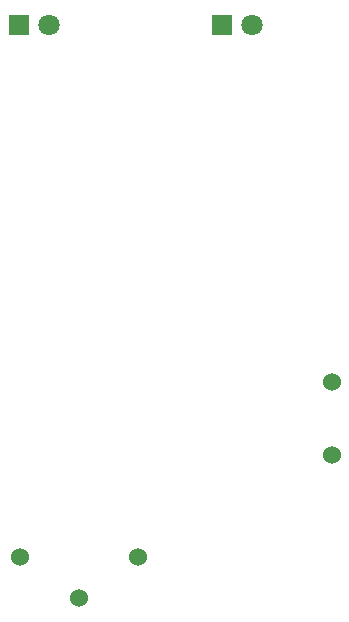
<source format=gbr>
%TF.GenerationSoftware,KiCad,Pcbnew,(5.1.9-0-10_14)*%
%TF.CreationDate,2021-10-18T12:15:18-07:00*%
%TF.ProjectId,ghost_pcb_2,67686f73-745f-4706-9362-5f322e6b6963,rev?*%
%TF.SameCoordinates,Original*%
%TF.FileFunction,Soldermask,Top*%
%TF.FilePolarity,Negative*%
%FSLAX46Y46*%
G04 Gerber Fmt 4.6, Leading zero omitted, Abs format (unit mm)*
G04 Created by KiCad (PCBNEW (5.1.9-0-10_14)) date 2021-10-18 12:15:18*
%MOMM*%
%LPD*%
G01*
G04 APERTURE LIST*
%ADD10C,1.524000*%
%ADD11C,1.800000*%
%ADD12R,1.800000X1.800000*%
G04 APERTURE END LIST*
D10*
%TO.C,SW1*%
X157302200Y-110971800D03*
X157302200Y-117221800D03*
%TD*%
D11*
%TO.C,D2*%
X133350000Y-80772000D03*
D12*
X130810000Y-80772000D03*
%TD*%
D11*
%TO.C,D1*%
X150545800Y-80797400D03*
D12*
X148005800Y-80797400D03*
%TD*%
D10*
%TO.C,BAT1*%
X140860800Y-125831600D03*
X135860800Y-129301601D03*
X130860800Y-125831600D03*
%TD*%
M02*

</source>
